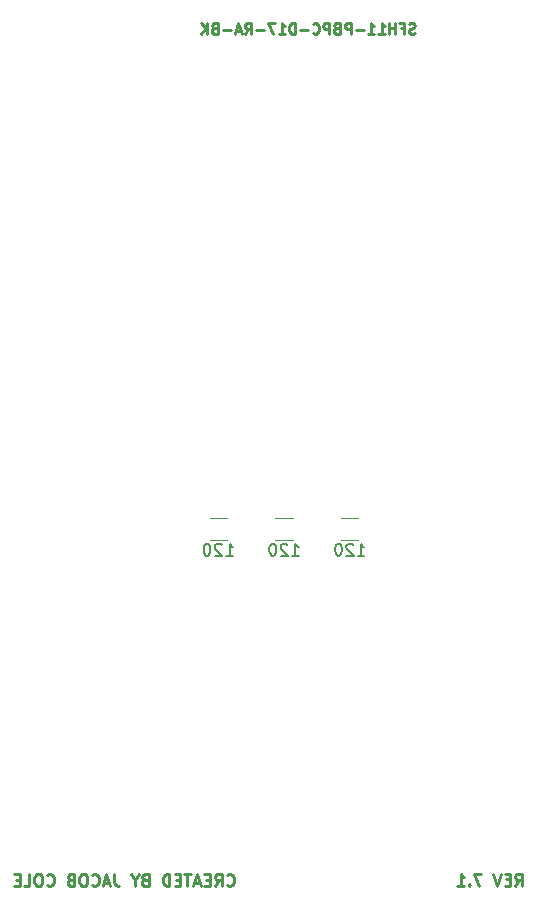
<source format=gbr>
%TF.GenerationSoftware,KiCad,Pcbnew,(5.1.9)-1*%
%TF.CreationDate,2021-06-09T13:11:05-04:00*%
%TF.ProjectId,encoder signal conditioner_rev7,656e636f-6465-4722-9073-69676e616c20,rev?*%
%TF.SameCoordinates,Original*%
%TF.FileFunction,Legend,Bot*%
%TF.FilePolarity,Positive*%
%FSLAX46Y46*%
G04 Gerber Fmt 4.6, Leading zero omitted, Abs format (unit mm)*
G04 Created by KiCad (PCBNEW (5.1.9)-1) date 2021-06-09 13:11:05*
%MOMM*%
%LPD*%
G01*
G04 APERTURE LIST*
%ADD10C,0.225000*%
%ADD11C,0.250000*%
%ADD12C,0.120000*%
%ADD13C,0.150000*%
G04 APERTURE END LIST*
D10*
X139654737Y-56452565D02*
X139526165Y-56495422D01*
X139311880Y-56495422D01*
X139226165Y-56452565D01*
X139183308Y-56409708D01*
X139140451Y-56323994D01*
X139140451Y-56238280D01*
X139183308Y-56152565D01*
X139226165Y-56109708D01*
X139311880Y-56066851D01*
X139483308Y-56023994D01*
X139569022Y-55981137D01*
X139611880Y-55938280D01*
X139654737Y-55852565D01*
X139654737Y-55766851D01*
X139611880Y-55681137D01*
X139569022Y-55638280D01*
X139483308Y-55595422D01*
X139269022Y-55595422D01*
X139140451Y-55638280D01*
X138454737Y-56023994D02*
X138754737Y-56023994D01*
X138754737Y-56495422D02*
X138754737Y-55595422D01*
X138326165Y-55595422D01*
X137983308Y-56495422D02*
X137983308Y-55595422D01*
X137983308Y-56023994D02*
X137469022Y-56023994D01*
X137469022Y-56495422D02*
X137469022Y-55595422D01*
X136569022Y-56495422D02*
X137083308Y-56495422D01*
X136826165Y-56495422D02*
X136826165Y-55595422D01*
X136911880Y-55723994D01*
X136997594Y-55809708D01*
X137083308Y-55852565D01*
X135711880Y-56495422D02*
X136226165Y-56495422D01*
X135969022Y-56495422D02*
X135969022Y-55595422D01*
X136054737Y-55723994D01*
X136140451Y-55809708D01*
X136226165Y-55852565D01*
X135326165Y-56152565D02*
X134640451Y-56152565D01*
X134211880Y-56495422D02*
X134211880Y-55595422D01*
X133869022Y-55595422D01*
X133783308Y-55638280D01*
X133740451Y-55681137D01*
X133697594Y-55766851D01*
X133697594Y-55895422D01*
X133740451Y-55981137D01*
X133783308Y-56023994D01*
X133869022Y-56066851D01*
X134211880Y-56066851D01*
X133011880Y-56023994D02*
X132883308Y-56066851D01*
X132840451Y-56109708D01*
X132797594Y-56195422D01*
X132797594Y-56323994D01*
X132840451Y-56409708D01*
X132883308Y-56452565D01*
X132969022Y-56495422D01*
X133311880Y-56495422D01*
X133311880Y-55595422D01*
X133011880Y-55595422D01*
X132926165Y-55638280D01*
X132883308Y-55681137D01*
X132840451Y-55766851D01*
X132840451Y-55852565D01*
X132883308Y-55938280D01*
X132926165Y-55981137D01*
X133011880Y-56023994D01*
X133311880Y-56023994D01*
X132411880Y-56495422D02*
X132411880Y-55595422D01*
X132069022Y-55595422D01*
X131983308Y-55638280D01*
X131940451Y-55681137D01*
X131897594Y-55766851D01*
X131897594Y-55895422D01*
X131940451Y-55981137D01*
X131983308Y-56023994D01*
X132069022Y-56066851D01*
X132411880Y-56066851D01*
X130997594Y-56409708D02*
X131040451Y-56452565D01*
X131169022Y-56495422D01*
X131254737Y-56495422D01*
X131383308Y-56452565D01*
X131469022Y-56366851D01*
X131511880Y-56281137D01*
X131554737Y-56109708D01*
X131554737Y-55981137D01*
X131511880Y-55809708D01*
X131469022Y-55723994D01*
X131383308Y-55638280D01*
X131254737Y-55595422D01*
X131169022Y-55595422D01*
X131040451Y-55638280D01*
X130997594Y-55681137D01*
X130611880Y-56152565D02*
X129926165Y-56152565D01*
X129497594Y-56495422D02*
X129497594Y-55595422D01*
X129283308Y-55595422D01*
X129154737Y-55638280D01*
X129069022Y-55723994D01*
X129026165Y-55809708D01*
X128983308Y-55981137D01*
X128983308Y-56109708D01*
X129026165Y-56281137D01*
X129069022Y-56366851D01*
X129154737Y-56452565D01*
X129283308Y-56495422D01*
X129497594Y-56495422D01*
X128126165Y-56495422D02*
X128640451Y-56495422D01*
X128383308Y-56495422D02*
X128383308Y-55595422D01*
X128469022Y-55723994D01*
X128554737Y-55809708D01*
X128640451Y-55852565D01*
X127826165Y-55595422D02*
X127226165Y-55595422D01*
X127611880Y-56495422D01*
X126883308Y-56152565D02*
X126197594Y-56152565D01*
X125254737Y-56495422D02*
X125554737Y-56066851D01*
X125769022Y-56495422D02*
X125769022Y-55595422D01*
X125426165Y-55595422D01*
X125340451Y-55638280D01*
X125297594Y-55681137D01*
X125254737Y-55766851D01*
X125254737Y-55895422D01*
X125297594Y-55981137D01*
X125340451Y-56023994D01*
X125426165Y-56066851D01*
X125769022Y-56066851D01*
X124911880Y-56238280D02*
X124483308Y-56238280D01*
X124997594Y-56495422D02*
X124697594Y-55595422D01*
X124397594Y-56495422D01*
X124097594Y-56152565D02*
X123411880Y-56152565D01*
X122683308Y-56023994D02*
X122554737Y-56066851D01*
X122511880Y-56109708D01*
X122469022Y-56195422D01*
X122469022Y-56323994D01*
X122511880Y-56409708D01*
X122554737Y-56452565D01*
X122640451Y-56495422D01*
X122983308Y-56495422D01*
X122983308Y-55595422D01*
X122683308Y-55595422D01*
X122597594Y-55638280D01*
X122554737Y-55681137D01*
X122511880Y-55766851D01*
X122511880Y-55852565D01*
X122554737Y-55938280D01*
X122597594Y-55981137D01*
X122683308Y-56023994D01*
X122983308Y-56023994D01*
X122083308Y-56495422D02*
X122083308Y-55595422D01*
X121569022Y-56495422D02*
X121954737Y-55981137D01*
X121569022Y-55595422D02*
X122083308Y-56109708D01*
D11*
X148147137Y-128608080D02*
X148480470Y-128131890D01*
X148718565Y-128608080D02*
X148718565Y-127608080D01*
X148337613Y-127608080D01*
X148242375Y-127655700D01*
X148194756Y-127703319D01*
X148147137Y-127798557D01*
X148147137Y-127941414D01*
X148194756Y-128036652D01*
X148242375Y-128084271D01*
X148337613Y-128131890D01*
X148718565Y-128131890D01*
X147718565Y-128084271D02*
X147385232Y-128084271D01*
X147242375Y-128608080D02*
X147718565Y-128608080D01*
X147718565Y-127608080D01*
X147242375Y-127608080D01*
X146956660Y-127608080D02*
X146623327Y-128608080D01*
X146289994Y-127608080D01*
X145289994Y-127608080D02*
X144623327Y-127608080D01*
X145051899Y-128608080D01*
X144242375Y-128512842D02*
X144194756Y-128560461D01*
X144242375Y-128608080D01*
X144289994Y-128560461D01*
X144242375Y-128512842D01*
X144242375Y-128608080D01*
X143242375Y-128608080D02*
X143813803Y-128608080D01*
X143528089Y-128608080D02*
X143528089Y-127608080D01*
X143623327Y-127750938D01*
X143718565Y-127846176D01*
X143813803Y-127893795D01*
X123732156Y-128543322D02*
X123779775Y-128590941D01*
X123922632Y-128638560D01*
X124017870Y-128638560D01*
X124160727Y-128590941D01*
X124255965Y-128495703D01*
X124303584Y-128400465D01*
X124351203Y-128209989D01*
X124351203Y-128067132D01*
X124303584Y-127876656D01*
X124255965Y-127781418D01*
X124160727Y-127686180D01*
X124017870Y-127638560D01*
X123922632Y-127638560D01*
X123779775Y-127686180D01*
X123732156Y-127733799D01*
X122732156Y-128638560D02*
X123065489Y-128162370D01*
X123303584Y-128638560D02*
X123303584Y-127638560D01*
X122922632Y-127638560D01*
X122827394Y-127686180D01*
X122779775Y-127733799D01*
X122732156Y-127829037D01*
X122732156Y-127971894D01*
X122779775Y-128067132D01*
X122827394Y-128114751D01*
X122922632Y-128162370D01*
X123303584Y-128162370D01*
X122303584Y-128114751D02*
X121970251Y-128114751D01*
X121827394Y-128638560D02*
X122303584Y-128638560D01*
X122303584Y-127638560D01*
X121827394Y-127638560D01*
X121446441Y-128352846D02*
X120970251Y-128352846D01*
X121541680Y-128638560D02*
X121208346Y-127638560D01*
X120875013Y-128638560D01*
X120684537Y-127638560D02*
X120113108Y-127638560D01*
X120398822Y-128638560D02*
X120398822Y-127638560D01*
X119779775Y-128114751D02*
X119446441Y-128114751D01*
X119303584Y-128638560D02*
X119779775Y-128638560D01*
X119779775Y-127638560D01*
X119303584Y-127638560D01*
X118875013Y-128638560D02*
X118875013Y-127638560D01*
X118636918Y-127638560D01*
X118494060Y-127686180D01*
X118398822Y-127781418D01*
X118351203Y-127876656D01*
X118303584Y-128067132D01*
X118303584Y-128209989D01*
X118351203Y-128400465D01*
X118398822Y-128495703D01*
X118494060Y-128590941D01*
X118636918Y-128638560D01*
X118875013Y-128638560D01*
X116779775Y-128114751D02*
X116636918Y-128162370D01*
X116589299Y-128209989D01*
X116541680Y-128305227D01*
X116541680Y-128448084D01*
X116589299Y-128543322D01*
X116636918Y-128590941D01*
X116732156Y-128638560D01*
X117113108Y-128638560D01*
X117113108Y-127638560D01*
X116779775Y-127638560D01*
X116684537Y-127686180D01*
X116636918Y-127733799D01*
X116589299Y-127829037D01*
X116589299Y-127924275D01*
X116636918Y-128019513D01*
X116684537Y-128067132D01*
X116779775Y-128114751D01*
X117113108Y-128114751D01*
X115922632Y-128162370D02*
X115922632Y-128638560D01*
X116255965Y-127638560D02*
X115922632Y-128162370D01*
X115589299Y-127638560D01*
X114208346Y-127638560D02*
X114208346Y-128352846D01*
X114255965Y-128495703D01*
X114351203Y-128590941D01*
X114494060Y-128638560D01*
X114589299Y-128638560D01*
X113779775Y-128352846D02*
X113303584Y-128352846D01*
X113875013Y-128638560D02*
X113541680Y-127638560D01*
X113208346Y-128638560D01*
X112303584Y-128543322D02*
X112351203Y-128590941D01*
X112494060Y-128638560D01*
X112589299Y-128638560D01*
X112732156Y-128590941D01*
X112827394Y-128495703D01*
X112875013Y-128400465D01*
X112922632Y-128209989D01*
X112922632Y-128067132D01*
X112875013Y-127876656D01*
X112827394Y-127781418D01*
X112732156Y-127686180D01*
X112589299Y-127638560D01*
X112494060Y-127638560D01*
X112351203Y-127686180D01*
X112303584Y-127733799D01*
X111684537Y-127638560D02*
X111494060Y-127638560D01*
X111398822Y-127686180D01*
X111303584Y-127781418D01*
X111255965Y-127971894D01*
X111255965Y-128305227D01*
X111303584Y-128495703D01*
X111398822Y-128590941D01*
X111494060Y-128638560D01*
X111684537Y-128638560D01*
X111779775Y-128590941D01*
X111875013Y-128495703D01*
X111922632Y-128305227D01*
X111922632Y-127971894D01*
X111875013Y-127781418D01*
X111779775Y-127686180D01*
X111684537Y-127638560D01*
X110494060Y-128114751D02*
X110351203Y-128162370D01*
X110303584Y-128209989D01*
X110255965Y-128305227D01*
X110255965Y-128448084D01*
X110303584Y-128543322D01*
X110351203Y-128590941D01*
X110446441Y-128638560D01*
X110827394Y-128638560D01*
X110827394Y-127638560D01*
X110494060Y-127638560D01*
X110398822Y-127686180D01*
X110351203Y-127733799D01*
X110303584Y-127829037D01*
X110303584Y-127924275D01*
X110351203Y-128019513D01*
X110398822Y-128067132D01*
X110494060Y-128114751D01*
X110827394Y-128114751D01*
X108494060Y-128543322D02*
X108541680Y-128590941D01*
X108684537Y-128638560D01*
X108779775Y-128638560D01*
X108922632Y-128590941D01*
X109017870Y-128495703D01*
X109065489Y-128400465D01*
X109113108Y-128209989D01*
X109113108Y-128067132D01*
X109065489Y-127876656D01*
X109017870Y-127781418D01*
X108922632Y-127686180D01*
X108779775Y-127638560D01*
X108684537Y-127638560D01*
X108541680Y-127686180D01*
X108494060Y-127733799D01*
X107875013Y-127638560D02*
X107684537Y-127638560D01*
X107589299Y-127686180D01*
X107494060Y-127781418D01*
X107446441Y-127971894D01*
X107446441Y-128305227D01*
X107494060Y-128495703D01*
X107589299Y-128590941D01*
X107684537Y-128638560D01*
X107875013Y-128638560D01*
X107970251Y-128590941D01*
X108065489Y-128495703D01*
X108113108Y-128305227D01*
X108113108Y-127971894D01*
X108065489Y-127781418D01*
X107970251Y-127686180D01*
X107875013Y-127638560D01*
X106541680Y-128638560D02*
X107017870Y-128638560D01*
X107017870Y-127638560D01*
X106208346Y-128114751D02*
X105875013Y-128114751D01*
X105732156Y-128638560D02*
X106208346Y-128638560D01*
X106208346Y-127638560D01*
X105732156Y-127638560D01*
D12*
%TO.C,120*%
X122279516Y-97492140D02*
X123733644Y-97492140D01*
X122279516Y-99312140D02*
X123733644Y-99312140D01*
X127850006Y-99312140D02*
X129304134Y-99312140D01*
X127850006Y-97492140D02*
X129304134Y-97492140D01*
X133420496Y-99312140D02*
X134874624Y-99312140D01*
X133420496Y-97492140D02*
X134874624Y-97492140D01*
D13*
X123673246Y-100674520D02*
X124244675Y-100674520D01*
X123958960Y-100674520D02*
X123958960Y-99674520D01*
X124054199Y-99817378D01*
X124149437Y-99912616D01*
X124244675Y-99960235D01*
X123292294Y-99769759D02*
X123244675Y-99722140D01*
X123149437Y-99674520D01*
X122911341Y-99674520D01*
X122816103Y-99722140D01*
X122768484Y-99769759D01*
X122720865Y-99864997D01*
X122720865Y-99960235D01*
X122768484Y-100103092D01*
X123339913Y-100674520D01*
X122720865Y-100674520D01*
X122101818Y-99674520D02*
X122006580Y-99674520D01*
X121911341Y-99722140D01*
X121863722Y-99769759D01*
X121816103Y-99864997D01*
X121768484Y-100055473D01*
X121768484Y-100293568D01*
X121816103Y-100484044D01*
X121863722Y-100579282D01*
X121911341Y-100626901D01*
X122006580Y-100674520D01*
X122101818Y-100674520D01*
X122197056Y-100626901D01*
X122244675Y-100579282D01*
X122292294Y-100484044D01*
X122339913Y-100293568D01*
X122339913Y-100055473D01*
X122292294Y-99864997D01*
X122244675Y-99769759D01*
X122197056Y-99722140D01*
X122101818Y-99674520D01*
X129243736Y-100674520D02*
X129815165Y-100674520D01*
X129529450Y-100674520D02*
X129529450Y-99674520D01*
X129624689Y-99817378D01*
X129719927Y-99912616D01*
X129815165Y-99960235D01*
X128862784Y-99769759D02*
X128815165Y-99722140D01*
X128719927Y-99674520D01*
X128481831Y-99674520D01*
X128386593Y-99722140D01*
X128338974Y-99769759D01*
X128291355Y-99864997D01*
X128291355Y-99960235D01*
X128338974Y-100103092D01*
X128910403Y-100674520D01*
X128291355Y-100674520D01*
X127672308Y-99674520D02*
X127577070Y-99674520D01*
X127481831Y-99722140D01*
X127434212Y-99769759D01*
X127386593Y-99864997D01*
X127338974Y-100055473D01*
X127338974Y-100293568D01*
X127386593Y-100484044D01*
X127434212Y-100579282D01*
X127481831Y-100626901D01*
X127577070Y-100674520D01*
X127672308Y-100674520D01*
X127767546Y-100626901D01*
X127815165Y-100579282D01*
X127862784Y-100484044D01*
X127910403Y-100293568D01*
X127910403Y-100055473D01*
X127862784Y-99864997D01*
X127815165Y-99769759D01*
X127767546Y-99722140D01*
X127672308Y-99674520D01*
X134814226Y-100674520D02*
X135385655Y-100674520D01*
X135099940Y-100674520D02*
X135099940Y-99674520D01*
X135195179Y-99817378D01*
X135290417Y-99912616D01*
X135385655Y-99960235D01*
X134433274Y-99769759D02*
X134385655Y-99722140D01*
X134290417Y-99674520D01*
X134052321Y-99674520D01*
X133957083Y-99722140D01*
X133909464Y-99769759D01*
X133861845Y-99864997D01*
X133861845Y-99960235D01*
X133909464Y-100103092D01*
X134480893Y-100674520D01*
X133861845Y-100674520D01*
X133242798Y-99674520D02*
X133147560Y-99674520D01*
X133052321Y-99722140D01*
X133004702Y-99769759D01*
X132957083Y-99864997D01*
X132909464Y-100055473D01*
X132909464Y-100293568D01*
X132957083Y-100484044D01*
X133004702Y-100579282D01*
X133052321Y-100626901D01*
X133147560Y-100674520D01*
X133242798Y-100674520D01*
X133338036Y-100626901D01*
X133385655Y-100579282D01*
X133433274Y-100484044D01*
X133480893Y-100293568D01*
X133480893Y-100055473D01*
X133433274Y-99864997D01*
X133385655Y-99769759D01*
X133338036Y-99722140D01*
X133242798Y-99674520D01*
%TD*%
M02*

</source>
